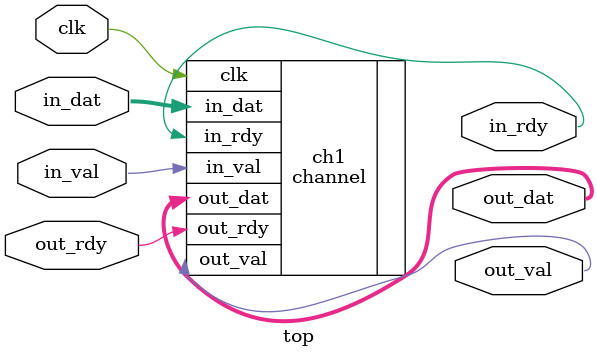
<source format=v>
module top(
	input clk,
	input [7:0] in_dat,
	input in_val,
	output in_rdy,
	output [7:0] out_dat,
	output out_val,
	input out_rdy);

// wire clk;
// OSCH #(.NOM_FREQ("133.00")) rc_osc(.STDBY(1'b0), .OSC(clk), .SEDSTDBY());

channel ch1(.clk(clk), 
	.in_dat(in_dat), .in_val(in_val), .in_rdy(in_rdy),
	.out_dat(out_dat), .out_val(out_val), .out_rdy(out_rdy));

endmodule

</source>
